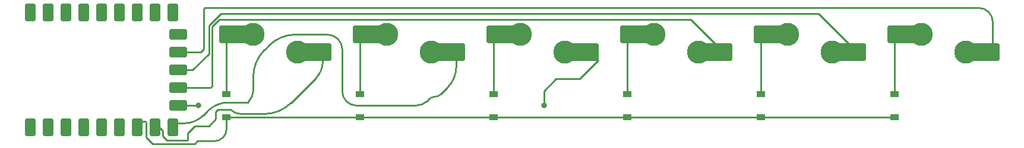
<source format=gbr>
%TF.GenerationSoftware,KiCad,Pcbnew,(6.0.6)*%
%TF.CreationDate,2022-10-04T12:54:13+11:00*%
%TF.ProjectId,freshboard,66726573-6862-46f6-9172-642e6b696361,rev?*%
%TF.SameCoordinates,Original*%
%TF.FileFunction,Copper,L1,Top*%
%TF.FilePolarity,Positive*%
%FSLAX46Y46*%
G04 Gerber Fmt 4.6, Leading zero omitted, Abs format (unit mm)*
G04 Created by KiCad (PCBNEW (6.0.6)) date 2022-10-04 12:54:13*
%MOMM*%
%LPD*%
G01*
G04 APERTURE LIST*
G04 Aperture macros list*
%AMRoundRect*
0 Rectangle with rounded corners*
0 $1 Rounding radius*
0 $2 $3 $4 $5 $6 $7 $8 $9 X,Y pos of 4 corners*
0 Add a 4 corners polygon primitive as box body*
4,1,4,$2,$3,$4,$5,$6,$7,$8,$9,$2,$3,0*
0 Add four circle primitives for the rounded corners*
1,1,$1+$1,$2,$3*
1,1,$1+$1,$4,$5*
1,1,$1+$1,$6,$7*
1,1,$1+$1,$8,$9*
0 Add four rect primitives between the rounded corners*
20,1,$1+$1,$2,$3,$4,$5,0*
20,1,$1+$1,$4,$5,$6,$7,0*
20,1,$1+$1,$6,$7,$8,$9,0*
20,1,$1+$1,$8,$9,$2,$3,0*%
G04 Aperture macros list end*
%TA.AperFunction,SMDPad,CuDef*%
%ADD10R,1.200000X0.900000*%
%TD*%
%TA.AperFunction,SMDPad,CuDef*%
%ADD11RoundRect,0.250000X-1.025000X-1.000000X1.025000X-1.000000X1.025000X1.000000X-1.025000X1.000000X0*%
%TD*%
%TA.AperFunction,ComponentPad*%
%ADD12C,3.300000*%
%TD*%
%TA.AperFunction,SMDPad,CuDef*%
%ADD13R,1.650000X2.500000*%
%TD*%
%TA.AperFunction,ComponentPad*%
%ADD14RoundRect,0.400000X0.400000X-0.900000X0.400000X0.900000X-0.400000X0.900000X-0.400000X-0.900000X0*%
%TD*%
%TA.AperFunction,ComponentPad*%
%ADD15RoundRect,0.400050X0.400050X-0.899950X0.400050X0.899950X-0.400050X0.899950X-0.400050X-0.899950X0*%
%TD*%
%TA.AperFunction,ComponentPad*%
%ADD16RoundRect,0.400000X0.900000X-0.400000X0.900000X0.400000X-0.900000X0.400000X-0.900000X-0.400000X0*%
%TD*%
%TA.AperFunction,ComponentPad*%
%ADD17RoundRect,0.393700X0.906300X-0.393700X0.906300X0.393700X-0.906300X0.393700X-0.906300X-0.393700X0*%
%TD*%
%TA.AperFunction,ViaPad*%
%ADD18C,0.800000*%
%TD*%
%TA.AperFunction,Conductor*%
%ADD19C,0.250000*%
%TD*%
G04 APERTURE END LIST*
D10*
%TO.P,D2,1,K*%
%TO.N,row0*%
X115570000Y-100710000D03*
%TO.P,D2,2,A*%
%TO.N,Net-(SW2-Pad2)*%
X115570000Y-97410000D03*
%TD*%
D11*
%TO.P,SW6,1,1*%
%TO.N,col5*%
X205480000Y-91440000D03*
D12*
X201930000Y-91440000D03*
D13*
X203755000Y-91440000D03*
%TO.P,SW6,2,2*%
%TO.N,Net-(SW6-Pad2)*%
X193780000Y-88900000D03*
D11*
X192030000Y-88900000D03*
D12*
X195580000Y-88900000D03*
%TD*%
%TO.P,SW5,1,1*%
%TO.N,col4*%
X182880000Y-91440000D03*
D13*
X184705000Y-91440000D03*
D11*
X186430000Y-91440000D03*
D12*
%TO.P,SW5,2,2*%
%TO.N,Net-(SW5-Pad2)*%
X176530000Y-88900000D03*
D11*
X172980000Y-88900000D03*
D13*
X174730000Y-88900000D03*
%TD*%
D10*
%TO.P,D3,1,K*%
%TO.N,row0*%
X134620000Y-100710000D03*
%TO.P,D3,2,A*%
%TO.N,Net-(SW3-Pad2)*%
X134620000Y-97410000D03*
%TD*%
%TO.P,D6,1,K*%
%TO.N,row0*%
X191770000Y-100710000D03*
%TO.P,D6,2,A*%
%TO.N,Net-(SW6-Pad2)*%
X191770000Y-97410000D03*
%TD*%
%TO.P,D5,1,K*%
%TO.N,row0*%
X172720000Y-100710000D03*
%TO.P,D5,2,A*%
%TO.N,Net-(SW5-Pad2)*%
X172720000Y-97410000D03*
%TD*%
%TO.P,D4,1,K*%
%TO.N,row0*%
X153670000Y-100710000D03*
%TO.P,D4,2,A*%
%TO.N,Net-(SW4-Pad2)*%
X153670000Y-97410000D03*
%TD*%
D11*
%TO.P,SW1,1,1*%
%TO.N,col0*%
X110230000Y-91440000D03*
D12*
X106680000Y-91440000D03*
D13*
X108505000Y-91440000D03*
%TO.P,SW1,2,2*%
%TO.N,Net-(SW1-Pad2)*%
X98530000Y-88900000D03*
D12*
X100330000Y-88900000D03*
D11*
X96780000Y-88900000D03*
%TD*%
D14*
%TO.P,RZ1,1,GP0*%
%TO.N,unconnected-(RZ1-Pad1)*%
X68505000Y-85760000D03*
%TO.P,RZ1,2,GP1*%
%TO.N,unconnected-(RZ1-Pad2)*%
X71045000Y-85760000D03*
%TO.P,RZ1,3,GP2*%
%TO.N,unconnected-(RZ1-Pad3)*%
X73585000Y-85760000D03*
%TO.P,RZ1,4,GP3*%
%TO.N,unconnected-(RZ1-Pad4)*%
X76125000Y-85760000D03*
%TO.P,RZ1,5,GP4*%
%TO.N,unconnected-(RZ1-Pad5)*%
X78665000Y-85760000D03*
D15*
%TO.P,RZ1,6,GP5*%
%TO.N,unconnected-(RZ1-Pad6)*%
X81205000Y-85760000D03*
%TO.P,RZ1,7,GP6*%
%TO.N,unconnected-(RZ1-Pad7)*%
X83745000Y-85760000D03*
%TO.P,RZ1,8,GP7*%
%TO.N,unconnected-(RZ1-Pad8)*%
X86285000Y-85760000D03*
%TO.P,RZ1,9,GP8*%
%TO.N,unconnected-(RZ1-Pad9)*%
X88825000Y-85760000D03*
D16*
%TO.P,RZ1,10,GP9*%
%TO.N,unconnected-(RZ1-Pad10)*%
X89635000Y-88900000D03*
D17*
%TO.P,RZ1,11,GP10*%
%TO.N,col5*%
X89635000Y-91440000D03*
%TO.P,RZ1,12,GP11*%
%TO.N,col4*%
X89635000Y-93980000D03*
%TO.P,RZ1,13,GP12*%
%TO.N,col3*%
X89635000Y-96520000D03*
%TO.P,RZ1,14,GP13*%
%TO.N,col2*%
X89635000Y-99060000D03*
D15*
%TO.P,RZ1,15,GP14*%
%TO.N,col1*%
X88825000Y-102200000D03*
%TO.P,RZ1,16,GP15*%
%TO.N,col0*%
X86285000Y-102200000D03*
%TO.P,RZ1,17,GP26*%
%TO.N,row0*%
X83745000Y-102200000D03*
%TO.P,RZ1,18,GP27*%
%TO.N,unconnected-(RZ1-Pad18)*%
X81205000Y-102200000D03*
%TO.P,RZ1,19,GP28*%
%TO.N,unconnected-(RZ1-Pad19)*%
X68505000Y-102200000D03*
%TO.P,RZ1,20,GP29*%
%TO.N,unconnected-(RZ1-Pad20)*%
X71045000Y-102200000D03*
%TO.P,RZ1,21,3V3*%
%TO.N,unconnected-(RZ1-Pad21)*%
X73585000Y-102200000D03*
%TO.P,RZ1,22,5V*%
%TO.N,unconnected-(RZ1-Pad22)*%
X78665000Y-102200000D03*
%TO.P,RZ1,23,GND*%
%TO.N,GND*%
X76125000Y-102200000D03*
%TD*%
D11*
%TO.P,SW4,1,1*%
%TO.N,col3*%
X167380000Y-91440000D03*
D12*
X163830000Y-91440000D03*
D13*
X165655000Y-91440000D03*
D12*
%TO.P,SW4,2,2*%
%TO.N,Net-(SW4-Pad2)*%
X157480000Y-88900000D03*
D13*
X155680000Y-88900000D03*
D11*
X153930000Y-88900000D03*
%TD*%
D13*
%TO.P,SW2,1,1*%
%TO.N,col1*%
X127555000Y-91440000D03*
D12*
X125730000Y-91440000D03*
D11*
X129280000Y-91440000D03*
D12*
%TO.P,SW2,2,2*%
%TO.N,Net-(SW2-Pad2)*%
X119380000Y-88900000D03*
D11*
X115830000Y-88900000D03*
D13*
X117580000Y-88900000D03*
%TD*%
%TO.P,SW3,1,1*%
%TO.N,col2*%
X146605000Y-91440000D03*
D12*
X144780000Y-91440000D03*
D11*
X148330000Y-91440000D03*
D13*
%TO.P,SW3,2,2*%
%TO.N,Net-(SW3-Pad2)*%
X136630000Y-88900000D03*
D12*
X138430000Y-88900000D03*
D11*
X134880000Y-88900000D03*
%TD*%
D10*
%TO.P,D1,1,K*%
%TO.N,row0*%
X96520000Y-100710000D03*
%TO.P,D1,2,A*%
%TO.N,Net-(SW1-Pad2)*%
X96520000Y-97410000D03*
%TD*%
D18*
%TO.N,col2*%
X141750000Y-99060000D03*
X92500000Y-99060000D03*
%TD*%
D19*
%TO.N,col2*%
X92500000Y-99060000D02*
X89035000Y-99060000D01*
X149507500Y-92617500D02*
X148330000Y-91440000D01*
X143500000Y-95250000D02*
X146875000Y-95250000D01*
X141750000Y-97000000D02*
X143500000Y-95250000D01*
X141750000Y-99060000D02*
X141750000Y-97000000D01*
X146875000Y-95250000D02*
X149507500Y-92617500D01*
X148330000Y-91440000D02*
X144780000Y-91440000D01*
%TO.N,col5*%
X92810000Y-91440000D02*
X89035000Y-91440000D01*
X93250000Y-85250000D02*
X93250000Y-91000000D01*
X93410000Y-85090000D02*
X93250000Y-85250000D01*
X93250000Y-91000000D02*
X92810000Y-91440000D01*
X205740000Y-90996152D02*
X205740000Y-87089998D01*
X205480000Y-91440000D02*
X205610000Y-91310000D01*
X203740001Y-85090000D02*
X93410000Y-85090000D01*
X203740001Y-85090000D02*
G75*
G02*
X205740000Y-87089998I-1J-2000000D01*
G01*
X205739950Y-90996152D02*
G75*
G02*
X205609999Y-91309999I-443850J-48D01*
G01*
%TO.N,col4*%
X91689176Y-93980000D02*
X89035000Y-93980000D01*
X94000000Y-91669176D02*
X91689176Y-93980000D01*
X186430000Y-91440000D02*
X180878051Y-85888051D01*
X180878051Y-85888051D02*
X95721948Y-85888051D01*
X95721948Y-85888051D02*
X94000000Y-87609999D01*
X94000000Y-87609999D02*
X94000000Y-91669176D01*
%TO.N,col3*%
X94230000Y-96520000D02*
X89035000Y-96520000D01*
X94467287Y-96282713D02*
X94230000Y-96520000D01*
X95479622Y-86770292D02*
X94467287Y-87782627D01*
X94467287Y-87782627D02*
X94467287Y-96282713D01*
X162710292Y-86770292D02*
X95479622Y-86770292D01*
X167380000Y-91440000D02*
X162710292Y-86770292D01*
%TO.N,row0*%
X84846907Y-101334200D02*
X83820000Y-101334200D01*
X85090000Y-103612525D02*
X85090000Y-101577292D01*
X92000000Y-104500000D02*
X85977475Y-104500000D01*
X94805000Y-104140000D02*
X92360000Y-104140000D01*
X84846907Y-101334197D02*
G75*
G02*
X85018800Y-101405400I-7J-243103D01*
G01*
X96520000Y-100710000D02*
X96520000Y-102425000D01*
X85977475Y-104500000D02*
X85090000Y-103612525D01*
X85018798Y-101405402D02*
G75*
G02*
X85090000Y-101577292I-171898J-171898D01*
G01*
X92360000Y-104140000D02*
X92000000Y-104500000D01*
X94805000Y-104140000D02*
G75*
G03*
X96520000Y-102425000I0J1715000D01*
G01*
%TO.N,col1*%
X129280000Y-93429257D02*
X129280000Y-91440000D01*
X125095000Y-98425000D02*
X125378024Y-98141975D01*
X115029998Y-99060000D02*
X123561974Y-99060000D01*
X106393963Y-88900000D02*
X110861974Y-88900000D01*
X101923792Y-91116206D02*
X102546207Y-90493792D01*
X100330000Y-96891974D02*
X100330000Y-94963963D01*
X99510000Y-98610000D02*
X99695000Y-98425000D01*
X96836802Y-98610000D02*
X99510000Y-98610000D01*
X93195642Y-100477961D02*
X93809763Y-99863839D01*
X88900000Y-101600000D02*
X90486802Y-101600000D01*
X129279982Y-93429257D02*
G75*
G02*
X128002768Y-96512768I-4360682J-43D01*
G01*
X127077524Y-97438037D02*
G75*
G02*
X126227768Y-97790000I-849724J849737D01*
G01*
X113030000Y-91068025D02*
X113030000Y-97060001D01*
X126227768Y-97789972D02*
G75*
G03*
X125378024Y-98141975I32J-1201728D01*
G01*
X125095008Y-98425008D02*
G75*
G02*
X123561974Y-99060000I-1533008J1533008D01*
G01*
X112395008Y-89534992D02*
G75*
G03*
X110861974Y-88900000I-1533008J-1533008D01*
G01*
X113029989Y-91068025D02*
G75*
G03*
X112395000Y-89535000I-2167989J25D01*
G01*
X127077511Y-97438024D02*
X128002768Y-96512768D01*
X115029998Y-99060000D02*
G75*
G02*
X113030000Y-97060001I2J2000000D01*
G01*
X101923801Y-91116215D02*
G75*
G03*
X100330000Y-94963963I3847799J-3847785D01*
G01*
X106393963Y-88899960D02*
G75*
G03*
X102546208Y-90493793I37J-5441540D01*
G01*
X100329989Y-96891974D02*
G75*
G02*
X99695000Y-98425000I-2167989J-26D01*
G01*
X96836802Y-98610007D02*
G75*
G03*
X93809764Y-99863840I-2J-4280893D01*
G01*
X93195646Y-100477965D02*
G75*
G02*
X90486802Y-101600000I-2708846J2708865D01*
G01*
%TO.N,col0*%
X95340000Y-99660000D02*
X97120000Y-99660000D01*
X95000000Y-100000000D02*
X95340000Y-99660000D01*
X95000000Y-101000000D02*
X95000000Y-100000000D01*
X94000000Y-102000000D02*
X95000000Y-101000000D01*
X92000000Y-102000000D02*
X94000000Y-102000000D01*
X91000000Y-103000000D02*
X92000000Y-102000000D01*
X91000000Y-104000000D02*
X91000000Y-103000000D01*
X88000000Y-104000000D02*
X91000000Y-104000000D01*
X87405000Y-103405000D02*
X88000000Y-104000000D01*
X87405000Y-102645000D02*
X87405000Y-103405000D01*
%TO.N,row0*%
X96520000Y-100710000D02*
X191770000Y-100710000D01*
%TO.N,Net-(SW1-Pad2)*%
X96520000Y-89343847D02*
X96520000Y-97410000D01*
X96650000Y-89030000D02*
X96780000Y-88900000D01*
X96520020Y-89343847D02*
G75*
G02*
X96650000Y-89030000I443780J47D01*
G01*
%TO.N,Net-(SW2-Pad2)*%
X115700000Y-89030000D02*
X115830000Y-88900000D01*
X115570000Y-89343847D02*
X115570000Y-97410000D01*
X115570020Y-89343847D02*
G75*
G02*
X115700000Y-89030000I443780J47D01*
G01*
%TO.N,Net-(SW3-Pad2)*%
X134750000Y-89030000D02*
X134880000Y-88900000D01*
X134620000Y-89343847D02*
X134620000Y-97410000D01*
X134749986Y-89029986D02*
G75*
G03*
X134620000Y-89343847I313814J-313814D01*
G01*
%TO.N,Net-(SW4-Pad2)*%
X153800000Y-89030000D02*
X153930000Y-88900000D01*
X153670000Y-89343847D02*
X153670000Y-97410000D01*
X153799986Y-89029986D02*
G75*
G03*
X153670000Y-89343847I313814J-313814D01*
G01*
%TO.N,Net-(SW5-Pad2)*%
X172720000Y-89343847D02*
X172720000Y-97410000D01*
X172850000Y-89030000D02*
X172980000Y-88900000D01*
X172720020Y-89343847D02*
G75*
G02*
X172850000Y-89030000I443780J47D01*
G01*
%TO.N,Net-(SW6-Pad2)*%
X191770000Y-89343847D02*
X191770000Y-97410000D01*
X191900000Y-89030000D02*
X192030000Y-88900000D01*
X191770020Y-89343847D02*
G75*
G02*
X191900000Y-89030000I443780J47D01*
G01*
%TO.N,col2*%
X88717200Y-98508000D02*
X88717200Y-99060000D01*
%TO.N,col0*%
X101886036Y-100260000D02*
X98568528Y-100260000D01*
X105733792Y-98666207D02*
X109264799Y-95135200D01*
X87405000Y-102645000D02*
X86360000Y-101600000D01*
X110230000Y-92805000D02*
X110230000Y-91440000D01*
X109264799Y-95135200D02*
G75*
G03*
X110230000Y-92805000I-2330199J2330200D01*
G01*
X97119992Y-99660008D02*
G75*
G03*
X98568528Y-100260000I1448508J1448508D01*
G01*
X105733785Y-98666200D02*
G75*
G02*
X101886036Y-100260000I-3847785J3847800D01*
G01*
%TD*%
M02*

</source>
